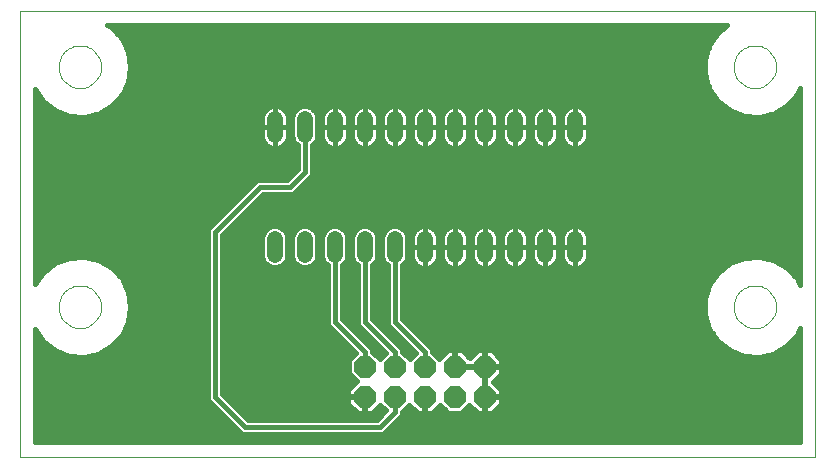
<source format=gtl>
G75*
G70*
%OFA0B0*%
%FSLAX24Y24*%
%IPPOS*%
%LPD*%
%AMOC8*
5,1,8,0,0,1.08239X$1,22.5*
%
%ADD10C,0.0000*%
%ADD11C,0.0520*%
%ADD12OC8,0.0740*%
%ADD13C,0.0160*%
D10*
X000100Y000100D02*
X000100Y014970D01*
X026592Y014970D01*
X026592Y000100D01*
X000100Y000100D01*
X001391Y005100D02*
X001393Y005153D01*
X001399Y005206D01*
X001409Y005258D01*
X001422Y005309D01*
X001440Y005359D01*
X001461Y005408D01*
X001486Y005455D01*
X001514Y005499D01*
X001546Y005542D01*
X001580Y005582D01*
X001618Y005620D01*
X001658Y005654D01*
X001701Y005686D01*
X001746Y005714D01*
X001792Y005739D01*
X001841Y005760D01*
X001891Y005778D01*
X001942Y005791D01*
X001994Y005801D01*
X002047Y005807D01*
X002100Y005809D01*
X002153Y005807D01*
X002206Y005801D01*
X002258Y005791D01*
X002309Y005778D01*
X002359Y005760D01*
X002408Y005739D01*
X002455Y005714D01*
X002499Y005686D01*
X002542Y005654D01*
X002582Y005620D01*
X002620Y005582D01*
X002654Y005542D01*
X002686Y005499D01*
X002714Y005454D01*
X002739Y005408D01*
X002760Y005359D01*
X002778Y005309D01*
X002791Y005258D01*
X002801Y005206D01*
X002807Y005153D01*
X002809Y005100D01*
X002807Y005047D01*
X002801Y004994D01*
X002791Y004942D01*
X002778Y004891D01*
X002760Y004841D01*
X002739Y004792D01*
X002714Y004745D01*
X002686Y004701D01*
X002654Y004658D01*
X002620Y004618D01*
X002582Y004580D01*
X002542Y004546D01*
X002499Y004514D01*
X002454Y004486D01*
X002408Y004461D01*
X002359Y004440D01*
X002309Y004422D01*
X002258Y004409D01*
X002206Y004399D01*
X002153Y004393D01*
X002100Y004391D01*
X002047Y004393D01*
X001994Y004399D01*
X001942Y004409D01*
X001891Y004422D01*
X001841Y004440D01*
X001792Y004461D01*
X001745Y004486D01*
X001701Y004514D01*
X001658Y004546D01*
X001618Y004580D01*
X001580Y004618D01*
X001546Y004658D01*
X001514Y004701D01*
X001486Y004746D01*
X001461Y004792D01*
X001440Y004841D01*
X001422Y004891D01*
X001409Y004942D01*
X001399Y004994D01*
X001393Y005047D01*
X001391Y005100D01*
X001391Y013100D02*
X001393Y013153D01*
X001399Y013206D01*
X001409Y013258D01*
X001422Y013309D01*
X001440Y013359D01*
X001461Y013408D01*
X001486Y013455D01*
X001514Y013499D01*
X001546Y013542D01*
X001580Y013582D01*
X001618Y013620D01*
X001658Y013654D01*
X001701Y013686D01*
X001746Y013714D01*
X001792Y013739D01*
X001841Y013760D01*
X001891Y013778D01*
X001942Y013791D01*
X001994Y013801D01*
X002047Y013807D01*
X002100Y013809D01*
X002153Y013807D01*
X002206Y013801D01*
X002258Y013791D01*
X002309Y013778D01*
X002359Y013760D01*
X002408Y013739D01*
X002455Y013714D01*
X002499Y013686D01*
X002542Y013654D01*
X002582Y013620D01*
X002620Y013582D01*
X002654Y013542D01*
X002686Y013499D01*
X002714Y013454D01*
X002739Y013408D01*
X002760Y013359D01*
X002778Y013309D01*
X002791Y013258D01*
X002801Y013206D01*
X002807Y013153D01*
X002809Y013100D01*
X002807Y013047D01*
X002801Y012994D01*
X002791Y012942D01*
X002778Y012891D01*
X002760Y012841D01*
X002739Y012792D01*
X002714Y012745D01*
X002686Y012701D01*
X002654Y012658D01*
X002620Y012618D01*
X002582Y012580D01*
X002542Y012546D01*
X002499Y012514D01*
X002454Y012486D01*
X002408Y012461D01*
X002359Y012440D01*
X002309Y012422D01*
X002258Y012409D01*
X002206Y012399D01*
X002153Y012393D01*
X002100Y012391D01*
X002047Y012393D01*
X001994Y012399D01*
X001942Y012409D01*
X001891Y012422D01*
X001841Y012440D01*
X001792Y012461D01*
X001745Y012486D01*
X001701Y012514D01*
X001658Y012546D01*
X001618Y012580D01*
X001580Y012618D01*
X001546Y012658D01*
X001514Y012701D01*
X001486Y012746D01*
X001461Y012792D01*
X001440Y012841D01*
X001422Y012891D01*
X001409Y012942D01*
X001399Y012994D01*
X001393Y013047D01*
X001391Y013100D01*
X023891Y013100D02*
X023893Y013153D01*
X023899Y013206D01*
X023909Y013258D01*
X023922Y013309D01*
X023940Y013359D01*
X023961Y013408D01*
X023986Y013455D01*
X024014Y013499D01*
X024046Y013542D01*
X024080Y013582D01*
X024118Y013620D01*
X024158Y013654D01*
X024201Y013686D01*
X024246Y013714D01*
X024292Y013739D01*
X024341Y013760D01*
X024391Y013778D01*
X024442Y013791D01*
X024494Y013801D01*
X024547Y013807D01*
X024600Y013809D01*
X024653Y013807D01*
X024706Y013801D01*
X024758Y013791D01*
X024809Y013778D01*
X024859Y013760D01*
X024908Y013739D01*
X024955Y013714D01*
X024999Y013686D01*
X025042Y013654D01*
X025082Y013620D01*
X025120Y013582D01*
X025154Y013542D01*
X025186Y013499D01*
X025214Y013454D01*
X025239Y013408D01*
X025260Y013359D01*
X025278Y013309D01*
X025291Y013258D01*
X025301Y013206D01*
X025307Y013153D01*
X025309Y013100D01*
X025307Y013047D01*
X025301Y012994D01*
X025291Y012942D01*
X025278Y012891D01*
X025260Y012841D01*
X025239Y012792D01*
X025214Y012745D01*
X025186Y012701D01*
X025154Y012658D01*
X025120Y012618D01*
X025082Y012580D01*
X025042Y012546D01*
X024999Y012514D01*
X024954Y012486D01*
X024908Y012461D01*
X024859Y012440D01*
X024809Y012422D01*
X024758Y012409D01*
X024706Y012399D01*
X024653Y012393D01*
X024600Y012391D01*
X024547Y012393D01*
X024494Y012399D01*
X024442Y012409D01*
X024391Y012422D01*
X024341Y012440D01*
X024292Y012461D01*
X024245Y012486D01*
X024201Y012514D01*
X024158Y012546D01*
X024118Y012580D01*
X024080Y012618D01*
X024046Y012658D01*
X024014Y012701D01*
X023986Y012746D01*
X023961Y012792D01*
X023940Y012841D01*
X023922Y012891D01*
X023909Y012942D01*
X023899Y012994D01*
X023893Y013047D01*
X023891Y013100D01*
X023891Y005100D02*
X023893Y005153D01*
X023899Y005206D01*
X023909Y005258D01*
X023922Y005309D01*
X023940Y005359D01*
X023961Y005408D01*
X023986Y005455D01*
X024014Y005499D01*
X024046Y005542D01*
X024080Y005582D01*
X024118Y005620D01*
X024158Y005654D01*
X024201Y005686D01*
X024246Y005714D01*
X024292Y005739D01*
X024341Y005760D01*
X024391Y005778D01*
X024442Y005791D01*
X024494Y005801D01*
X024547Y005807D01*
X024600Y005809D01*
X024653Y005807D01*
X024706Y005801D01*
X024758Y005791D01*
X024809Y005778D01*
X024859Y005760D01*
X024908Y005739D01*
X024955Y005714D01*
X024999Y005686D01*
X025042Y005654D01*
X025082Y005620D01*
X025120Y005582D01*
X025154Y005542D01*
X025186Y005499D01*
X025214Y005454D01*
X025239Y005408D01*
X025260Y005359D01*
X025278Y005309D01*
X025291Y005258D01*
X025301Y005206D01*
X025307Y005153D01*
X025309Y005100D01*
X025307Y005047D01*
X025301Y004994D01*
X025291Y004942D01*
X025278Y004891D01*
X025260Y004841D01*
X025239Y004792D01*
X025214Y004745D01*
X025186Y004701D01*
X025154Y004658D01*
X025120Y004618D01*
X025082Y004580D01*
X025042Y004546D01*
X024999Y004514D01*
X024954Y004486D01*
X024908Y004461D01*
X024859Y004440D01*
X024809Y004422D01*
X024758Y004409D01*
X024706Y004399D01*
X024653Y004393D01*
X024600Y004391D01*
X024547Y004393D01*
X024494Y004399D01*
X024442Y004409D01*
X024391Y004422D01*
X024341Y004440D01*
X024292Y004461D01*
X024245Y004486D01*
X024201Y004514D01*
X024158Y004546D01*
X024118Y004580D01*
X024080Y004618D01*
X024046Y004658D01*
X024014Y004701D01*
X023986Y004746D01*
X023961Y004792D01*
X023940Y004841D01*
X023922Y004891D01*
X023909Y004942D01*
X023899Y004994D01*
X023893Y005047D01*
X023891Y005100D01*
D11*
X018600Y006840D02*
X018600Y007360D01*
X017600Y007360D02*
X017600Y006840D01*
X016600Y006840D02*
X016600Y007360D01*
X015600Y007360D02*
X015600Y006840D01*
X014600Y006840D02*
X014600Y007360D01*
X013600Y007360D02*
X013600Y006840D01*
X012600Y006840D02*
X012600Y007360D01*
X011600Y007360D02*
X011600Y006840D01*
X010600Y006840D02*
X010600Y007360D01*
X009600Y007360D02*
X009600Y006840D01*
X008600Y006840D02*
X008600Y007360D01*
X008600Y010840D02*
X008600Y011360D01*
X009600Y011360D02*
X009600Y010840D01*
X010600Y010840D02*
X010600Y011360D01*
X011600Y011360D02*
X011600Y010840D01*
X012600Y010840D02*
X012600Y011360D01*
X013600Y011360D02*
X013600Y010840D01*
X014600Y010840D02*
X014600Y011360D01*
X015600Y011360D02*
X015600Y010840D01*
X016600Y010840D02*
X016600Y011360D01*
X017600Y011360D02*
X017600Y010840D01*
X018600Y010840D02*
X018600Y011360D01*
D12*
X015600Y003100D03*
X014600Y003100D03*
X013600Y003100D03*
X012600Y003100D03*
X011600Y003100D03*
X011600Y002100D03*
X012600Y002100D03*
X013600Y002100D03*
X014600Y002100D03*
X015600Y002100D03*
D13*
X015620Y002080D02*
X015620Y002120D01*
X016150Y002120D01*
X016150Y002328D01*
X015878Y002600D01*
X016150Y002872D01*
X016150Y003080D01*
X015620Y003080D01*
X015620Y003120D01*
X015580Y003120D01*
X015580Y003650D01*
X015372Y003650D01*
X015100Y003378D01*
X014828Y003650D01*
X014620Y003650D01*
X014620Y003120D01*
X014580Y003120D01*
X014580Y003650D01*
X014372Y003650D01*
X014086Y003364D01*
X013840Y003610D01*
X013840Y003648D01*
X013803Y003736D01*
X012840Y004699D01*
X012840Y006486D01*
X012956Y006602D01*
X013020Y006756D01*
X013020Y007444D01*
X012956Y007598D01*
X012838Y007716D01*
X012684Y007780D01*
X012516Y007780D01*
X012362Y007716D01*
X012244Y007598D01*
X012180Y007444D01*
X012180Y006756D01*
X012244Y006602D01*
X012360Y006486D01*
X012360Y004552D01*
X012397Y004464D01*
X012464Y004397D01*
X013306Y003555D01*
X013100Y003350D01*
X012840Y003610D01*
X012840Y003648D01*
X012803Y003736D01*
X011840Y004699D01*
X011840Y006486D01*
X011956Y006602D01*
X012020Y006756D01*
X012020Y007444D01*
X011956Y007598D01*
X011838Y007716D01*
X011684Y007780D01*
X011516Y007780D01*
X011362Y007716D01*
X011244Y007598D01*
X011180Y007444D01*
X011180Y006756D01*
X011244Y006602D01*
X011360Y006486D01*
X011360Y004552D01*
X011397Y004464D01*
X011464Y004397D01*
X012306Y003555D01*
X012100Y003350D01*
X011840Y003610D01*
X011840Y003648D01*
X011803Y003736D01*
X010840Y004699D01*
X010840Y006486D01*
X010956Y006602D01*
X011020Y006756D01*
X011020Y007444D01*
X010956Y007598D01*
X010838Y007716D01*
X010684Y007780D01*
X010516Y007780D01*
X010362Y007716D01*
X010244Y007598D01*
X010180Y007444D01*
X010180Y006756D01*
X010244Y006602D01*
X010360Y006486D01*
X010360Y004552D01*
X010397Y004464D01*
X010464Y004397D01*
X011306Y003555D01*
X011070Y003320D01*
X011070Y002880D01*
X011336Y002614D01*
X011050Y002328D01*
X011050Y002120D01*
X011580Y002120D01*
X011580Y002080D01*
X011620Y002080D01*
X011620Y001550D01*
X011828Y001550D01*
X012114Y001836D01*
X012306Y001645D01*
X012001Y001340D01*
X007699Y001340D01*
X006840Y002199D01*
X006840Y007501D01*
X008199Y008860D01*
X009148Y008860D01*
X009236Y008897D01*
X009303Y008964D01*
X009803Y009464D01*
X009840Y009552D01*
X009840Y010486D01*
X009956Y010602D01*
X010020Y010756D01*
X010020Y011444D01*
X009956Y011598D01*
X009838Y011716D01*
X009684Y011780D01*
X009516Y011780D01*
X009362Y011716D01*
X009244Y011598D01*
X009180Y011444D01*
X009180Y010756D01*
X009244Y010602D01*
X009360Y010486D01*
X009360Y009699D01*
X009001Y009340D01*
X008052Y009340D01*
X007964Y009303D01*
X006464Y007803D01*
X006397Y007736D01*
X006360Y007648D01*
X006360Y002052D01*
X006397Y001964D01*
X007397Y000964D01*
X007464Y000897D01*
X007552Y000860D01*
X012148Y000860D01*
X012236Y000897D01*
X012736Y001397D01*
X012803Y001464D01*
X012840Y001552D01*
X012840Y001590D01*
X013086Y001836D01*
X013372Y001550D01*
X013580Y001550D01*
X013580Y002080D01*
X013620Y002080D01*
X013620Y001550D01*
X013828Y001550D01*
X014114Y001836D01*
X014380Y001570D01*
X014820Y001570D01*
X015086Y001836D01*
X015372Y001550D01*
X015580Y001550D01*
X015580Y002080D01*
X015620Y002080D01*
X016150Y002080D01*
X016150Y001872D01*
X015828Y001550D01*
X015620Y001550D01*
X015620Y002080D01*
X015620Y002120D02*
X015580Y002120D01*
X015580Y002650D01*
X015580Y003080D01*
X015620Y003080D01*
X015620Y002120D01*
X015620Y002161D02*
X015580Y002161D01*
X015580Y002319D02*
X015620Y002319D01*
X015620Y002478D02*
X015580Y002478D01*
X015580Y002636D02*
X015620Y002636D01*
X015620Y002795D02*
X015580Y002795D01*
X015580Y002953D02*
X015620Y002953D01*
X015580Y003080D02*
X015150Y003080D01*
X014620Y003080D01*
X014620Y003120D01*
X015580Y003120D01*
X015580Y003080D01*
X015580Y003112D02*
X014620Y003112D01*
X014620Y003270D02*
X014580Y003270D01*
X014580Y003429D02*
X014620Y003429D01*
X014620Y003587D02*
X014580Y003587D01*
X014309Y003587D02*
X013863Y003587D01*
X013794Y003746D02*
X023634Y003746D01*
X023760Y003645D02*
X024226Y003462D01*
X024226Y003462D01*
X024726Y003425D01*
X025214Y003536D01*
X025647Y003787D01*
X025647Y003787D01*
X025988Y004154D01*
X026100Y004386D01*
X026100Y000600D01*
X000600Y000600D01*
X000600Y004351D01*
X000868Y003957D01*
X000868Y003957D01*
X000868Y003957D01*
X001260Y003645D01*
X001726Y003462D01*
X002226Y003425D01*
X002714Y003536D01*
X002714Y003536D01*
X003147Y003787D01*
X003488Y004154D01*
X003705Y004605D01*
X003780Y005100D01*
X003705Y005595D01*
X003705Y005595D01*
X003488Y006046D01*
X003488Y006046D01*
X003147Y006413D01*
X002714Y006664D01*
X002714Y006664D01*
X002226Y006775D01*
X002226Y006775D01*
X001726Y006738D01*
X001260Y006555D01*
X000868Y006243D01*
X000600Y005849D01*
X000600Y012351D01*
X000868Y011957D01*
X000868Y011957D01*
X000868Y011957D01*
X001260Y011645D01*
X001726Y011462D01*
X001726Y011462D01*
X002226Y011425D01*
X002714Y011536D01*
X003147Y011787D01*
X003488Y012154D01*
X003705Y012605D01*
X003780Y013100D01*
X003705Y013595D01*
X003705Y013595D01*
X003488Y014046D01*
X003488Y014046D01*
X003147Y014413D01*
X003015Y014490D01*
X023679Y014490D01*
X023368Y014243D01*
X023086Y013829D01*
X022939Y013350D01*
X022939Y012850D01*
X023086Y012371D01*
X023368Y011957D01*
X023368Y011957D01*
X023368Y011957D01*
X023760Y011645D01*
X024226Y011462D01*
X024226Y011462D01*
X024726Y011425D01*
X025214Y011536D01*
X025647Y011787D01*
X025988Y012154D01*
X026100Y012386D01*
X026100Y005814D01*
X025988Y006046D01*
X025647Y006413D01*
X025214Y006664D01*
X024726Y006775D01*
X024726Y006775D01*
X024226Y006738D01*
X023760Y006555D01*
X023368Y006243D01*
X023086Y005829D01*
X022939Y005350D01*
X022939Y004850D01*
X023086Y004371D01*
X023368Y003957D01*
X023368Y003957D01*
X023368Y003957D01*
X023760Y003645D01*
X023760Y003645D01*
X023908Y003587D02*
X015891Y003587D01*
X015828Y003650D02*
X015620Y003650D01*
X015620Y003120D01*
X016150Y003120D01*
X016150Y003328D01*
X015828Y003650D01*
X015620Y003587D02*
X015580Y003587D01*
X015580Y003429D02*
X015620Y003429D01*
X015620Y003270D02*
X015580Y003270D01*
X015620Y003112D02*
X026100Y003112D01*
X026100Y003270D02*
X016150Y003270D01*
X016049Y003429D02*
X024675Y003429D01*
X024726Y003425D02*
X024726Y003425D01*
X024742Y003429D02*
X026100Y003429D01*
X026100Y003587D02*
X025302Y003587D01*
X025214Y003536D02*
X025214Y003536D01*
X025576Y003746D02*
X026100Y003746D01*
X026100Y003904D02*
X025756Y003904D01*
X025904Y004063D02*
X026100Y004063D01*
X025988Y004154D02*
X025988Y004154D01*
X026021Y004221D02*
X026100Y004221D01*
X026097Y004380D02*
X026100Y004380D01*
X026100Y002953D02*
X016150Y002953D01*
X016072Y002795D02*
X026100Y002795D01*
X026100Y002636D02*
X015914Y002636D01*
X016000Y002478D02*
X026100Y002478D01*
X026100Y002319D02*
X016150Y002319D01*
X016150Y002161D02*
X026100Y002161D01*
X026100Y002002D02*
X016150Y002002D01*
X016121Y001844D02*
X026100Y001844D01*
X026100Y001685D02*
X015963Y001685D01*
X015620Y001685D02*
X015580Y001685D01*
X015580Y001844D02*
X015620Y001844D01*
X015620Y002002D02*
X015580Y002002D01*
X015237Y001685D02*
X014935Y001685D01*
X014265Y001685D02*
X013963Y001685D01*
X013620Y001685D02*
X013580Y001685D01*
X013580Y001844D02*
X013620Y001844D01*
X013620Y002002D02*
X013580Y002002D01*
X013237Y001685D02*
X012935Y001685D01*
X012829Y001527D02*
X026100Y001527D01*
X026100Y001368D02*
X012707Y001368D01*
X012549Y001210D02*
X026100Y001210D01*
X026100Y001051D02*
X012390Y001051D01*
X012226Y000893D02*
X026100Y000893D01*
X026100Y000734D02*
X000600Y000734D01*
X000600Y000893D02*
X007474Y000893D01*
X007310Y001051D02*
X000600Y001051D01*
X000600Y001210D02*
X007151Y001210D01*
X006993Y001368D02*
X000600Y001368D01*
X000600Y001527D02*
X006834Y001527D01*
X006676Y001685D02*
X000600Y001685D01*
X000600Y001844D02*
X006517Y001844D01*
X006381Y002002D02*
X000600Y002002D01*
X000600Y002161D02*
X006360Y002161D01*
X006360Y002319D02*
X000600Y002319D01*
X000600Y002478D02*
X006360Y002478D01*
X006360Y002636D02*
X000600Y002636D01*
X000600Y002795D02*
X006360Y002795D01*
X006360Y002953D02*
X000600Y002953D01*
X000600Y003112D02*
X006360Y003112D01*
X006360Y003270D02*
X000600Y003270D01*
X000600Y003429D02*
X002175Y003429D01*
X002242Y003429D02*
X006360Y003429D01*
X006360Y003587D02*
X002802Y003587D01*
X003076Y003746D02*
X006360Y003746D01*
X006360Y003904D02*
X003256Y003904D01*
X003404Y004063D02*
X006360Y004063D01*
X006360Y004221D02*
X003521Y004221D01*
X003488Y004154D02*
X003488Y004154D01*
X003597Y004380D02*
X006360Y004380D01*
X006360Y004538D02*
X003673Y004538D01*
X003705Y004605D02*
X003705Y004605D01*
X003719Y004697D02*
X006360Y004697D01*
X006360Y004855D02*
X003743Y004855D01*
X003767Y005014D02*
X006360Y005014D01*
X006360Y005172D02*
X003769Y005172D01*
X003745Y005331D02*
X006360Y005331D01*
X006360Y005489D02*
X003721Y005489D01*
X003680Y005648D02*
X006360Y005648D01*
X006360Y005806D02*
X003604Y005806D01*
X003528Y005965D02*
X006360Y005965D01*
X006360Y006123D02*
X003417Y006123D01*
X003270Y006282D02*
X006360Y006282D01*
X006360Y006440D02*
X003102Y006440D01*
X003147Y006413D02*
X003147Y006413D01*
X002827Y006599D02*
X006360Y006599D01*
X006360Y006757D02*
X002306Y006757D01*
X001981Y006757D02*
X000600Y006757D01*
X000600Y006599D02*
X001371Y006599D01*
X001260Y006555D02*
X001260Y006555D01*
X001116Y006440D02*
X000600Y006440D01*
X000600Y006282D02*
X000917Y006282D01*
X000868Y006243D02*
X000868Y006243D01*
X000787Y006123D02*
X000600Y006123D01*
X000600Y005965D02*
X000679Y005965D01*
X001726Y006738D02*
X001726Y006738D01*
X000600Y006916D02*
X006360Y006916D01*
X006360Y007074D02*
X000600Y007074D01*
X000600Y007233D02*
X006360Y007233D01*
X006360Y007391D02*
X000600Y007391D01*
X000600Y007550D02*
X006360Y007550D01*
X006385Y007708D02*
X000600Y007708D01*
X000600Y007867D02*
X006527Y007867D01*
X006686Y008025D02*
X000600Y008025D01*
X000600Y008184D02*
X006844Y008184D01*
X007003Y008342D02*
X000600Y008342D01*
X000600Y008501D02*
X007161Y008501D01*
X007320Y008659D02*
X000600Y008659D01*
X000600Y008818D02*
X007478Y008818D01*
X007637Y008976D02*
X000600Y008976D01*
X000600Y009135D02*
X007795Y009135D01*
X007954Y009293D02*
X000600Y009293D01*
X000600Y009452D02*
X009112Y009452D01*
X009271Y009610D02*
X000600Y009610D01*
X000600Y009769D02*
X009360Y009769D01*
X009360Y009927D02*
X000600Y009927D01*
X000600Y010086D02*
X009360Y010086D01*
X009360Y010244D02*
X000600Y010244D01*
X000600Y010403D02*
X008549Y010403D01*
X008565Y010400D02*
X008600Y010400D01*
X008635Y010400D01*
X008703Y010411D01*
X008769Y010432D01*
X008831Y010464D01*
X008887Y010504D01*
X008936Y010553D01*
X008976Y010609D01*
X009008Y010671D01*
X009029Y010737D01*
X009040Y010805D01*
X009040Y011100D01*
X009040Y011395D01*
X009029Y011463D01*
X009008Y011529D01*
X008976Y011591D01*
X008936Y011647D01*
X008887Y011696D01*
X008831Y011736D01*
X008769Y011768D01*
X008703Y011789D01*
X008635Y011800D01*
X008600Y011800D01*
X008600Y011100D01*
X009040Y011100D01*
X008600Y011100D01*
X008600Y011100D01*
X008600Y011100D01*
X008600Y010400D01*
X008600Y011100D01*
X008600Y011100D01*
X008600Y011100D01*
X008160Y011100D01*
X008160Y011395D01*
X008171Y011463D01*
X008192Y011529D01*
X008224Y011591D01*
X008264Y011647D01*
X008313Y011696D01*
X008369Y011736D01*
X008431Y011768D01*
X008497Y011789D01*
X008565Y011800D01*
X008600Y011800D01*
X008600Y011100D01*
X008160Y011100D01*
X008160Y010805D01*
X008171Y010737D01*
X008192Y010671D01*
X008224Y010609D01*
X008264Y010553D01*
X008313Y010504D01*
X008369Y010464D01*
X008431Y010432D01*
X008497Y010411D01*
X008565Y010400D01*
X008600Y010403D02*
X008600Y010403D01*
X008651Y010403D02*
X009360Y010403D01*
X009285Y010561D02*
X008941Y010561D01*
X009023Y010720D02*
X009195Y010720D01*
X009180Y010878D02*
X009040Y010878D01*
X009040Y011037D02*
X009180Y011037D01*
X009180Y011195D02*
X009040Y011195D01*
X009040Y011354D02*
X009180Y011354D01*
X009208Y011512D02*
X009013Y011512D01*
X008912Y011671D02*
X009317Y011671D01*
X008600Y011671D02*
X008600Y011671D01*
X008600Y011512D02*
X008600Y011512D01*
X008600Y011354D02*
X008600Y011354D01*
X008600Y011195D02*
X008600Y011195D01*
X008600Y011037D02*
X008600Y011037D01*
X008600Y010878D02*
X008600Y010878D01*
X008600Y010720D02*
X008600Y010720D01*
X008600Y010561D02*
X008600Y010561D01*
X008259Y010561D02*
X000600Y010561D01*
X000600Y010720D02*
X008177Y010720D01*
X008160Y010878D02*
X000600Y010878D01*
X000600Y011037D02*
X008160Y011037D01*
X008160Y011195D02*
X000600Y011195D01*
X000600Y011354D02*
X008160Y011354D01*
X008187Y011512D02*
X002608Y011512D01*
X002714Y011536D02*
X002714Y011536D01*
X002947Y011671D02*
X008288Y011671D01*
X009600Y011100D02*
X009600Y009600D01*
X009100Y009100D01*
X008100Y009100D01*
X006600Y007600D01*
X006600Y002100D01*
X007600Y001100D01*
X012100Y001100D01*
X012600Y001600D01*
X012600Y002100D01*
X012265Y001685D02*
X011963Y001685D01*
X012187Y001527D02*
X007513Y001527D01*
X007354Y001685D02*
X011237Y001685D01*
X011372Y001550D02*
X011050Y001872D01*
X011050Y002080D01*
X011580Y002080D01*
X011580Y001550D01*
X011372Y001550D01*
X011580Y001685D02*
X011620Y001685D01*
X011620Y001844D02*
X011580Y001844D01*
X011580Y002002D02*
X011620Y002002D01*
X011079Y001844D02*
X007196Y001844D01*
X007037Y002002D02*
X011050Y002002D01*
X011050Y002161D02*
X006879Y002161D01*
X006840Y002319D02*
X011050Y002319D01*
X011200Y002478D02*
X006840Y002478D01*
X006840Y002636D02*
X011314Y002636D01*
X011156Y002795D02*
X006840Y002795D01*
X006840Y002953D02*
X011070Y002953D01*
X011070Y003112D02*
X006840Y003112D01*
X006840Y003270D02*
X011070Y003270D01*
X011179Y003429D02*
X006840Y003429D01*
X006840Y003587D02*
X011274Y003587D01*
X011115Y003746D02*
X006840Y003746D01*
X006840Y003904D02*
X010957Y003904D01*
X010798Y004063D02*
X006840Y004063D01*
X006840Y004221D02*
X010640Y004221D01*
X010481Y004380D02*
X006840Y004380D01*
X006840Y004538D02*
X010366Y004538D01*
X010360Y004697D02*
X006840Y004697D01*
X006840Y004855D02*
X010360Y004855D01*
X010360Y005014D02*
X006840Y005014D01*
X006840Y005172D02*
X010360Y005172D01*
X010360Y005331D02*
X006840Y005331D01*
X006840Y005489D02*
X010360Y005489D01*
X010360Y005648D02*
X006840Y005648D01*
X006840Y005806D02*
X010360Y005806D01*
X010360Y005965D02*
X006840Y005965D01*
X006840Y006123D02*
X010360Y006123D01*
X010360Y006282D02*
X006840Y006282D01*
X006840Y006440D02*
X008468Y006440D01*
X008516Y006420D02*
X008684Y006420D01*
X008838Y006484D01*
X008956Y006602D01*
X009020Y006756D01*
X009020Y007444D01*
X008956Y007598D01*
X008838Y007716D01*
X008684Y007780D01*
X008516Y007780D01*
X008362Y007716D01*
X008244Y007598D01*
X008180Y007444D01*
X008180Y006756D01*
X008244Y006602D01*
X008362Y006484D01*
X008516Y006420D01*
X008732Y006440D02*
X009468Y006440D01*
X009516Y006420D02*
X009684Y006420D01*
X009838Y006484D01*
X009956Y006602D01*
X010020Y006756D01*
X010020Y007444D01*
X009956Y007598D01*
X009838Y007716D01*
X009684Y007780D01*
X009516Y007780D01*
X009362Y007716D01*
X009244Y007598D01*
X009180Y007444D01*
X009180Y006756D01*
X009244Y006602D01*
X009362Y006484D01*
X009516Y006420D01*
X009732Y006440D02*
X010360Y006440D01*
X010248Y006599D02*
X009952Y006599D01*
X010020Y006757D02*
X010180Y006757D01*
X010180Y006916D02*
X010020Y006916D01*
X010020Y007074D02*
X010180Y007074D01*
X010180Y007233D02*
X010020Y007233D01*
X010020Y007391D02*
X010180Y007391D01*
X010224Y007550D02*
X009976Y007550D01*
X009846Y007708D02*
X010354Y007708D01*
X010846Y007708D02*
X011354Y007708D01*
X011224Y007550D02*
X010976Y007550D01*
X011020Y007391D02*
X011180Y007391D01*
X011180Y007233D02*
X011020Y007233D01*
X011020Y007074D02*
X011180Y007074D01*
X011180Y006916D02*
X011020Y006916D01*
X011020Y006757D02*
X011180Y006757D01*
X011248Y006599D02*
X010952Y006599D01*
X010840Y006440D02*
X011360Y006440D01*
X011360Y006282D02*
X010840Y006282D01*
X010840Y006123D02*
X011360Y006123D01*
X011360Y005965D02*
X010840Y005965D01*
X010840Y005806D02*
X011360Y005806D01*
X011360Y005648D02*
X010840Y005648D01*
X010840Y005489D02*
X011360Y005489D01*
X011360Y005331D02*
X010840Y005331D01*
X010840Y005172D02*
X011360Y005172D01*
X011360Y005014D02*
X010840Y005014D01*
X010840Y004855D02*
X011360Y004855D01*
X011360Y004697D02*
X010843Y004697D01*
X011001Y004538D02*
X011366Y004538D01*
X011481Y004380D02*
X011160Y004380D01*
X011318Y004221D02*
X011640Y004221D01*
X011798Y004063D02*
X011477Y004063D01*
X011635Y003904D02*
X011957Y003904D01*
X012115Y003746D02*
X011794Y003746D01*
X011863Y003587D02*
X012274Y003587D01*
X012179Y003429D02*
X012021Y003429D01*
X011600Y003600D02*
X011600Y003100D01*
X011600Y003600D02*
X010600Y004600D01*
X010600Y007100D01*
X011600Y007100D02*
X011600Y004600D01*
X012600Y003600D01*
X012600Y003100D01*
X013021Y003429D02*
X013179Y003429D01*
X013274Y003587D02*
X012863Y003587D01*
X012794Y003746D02*
X013115Y003746D01*
X012957Y003904D02*
X012635Y003904D01*
X012477Y004063D02*
X012798Y004063D01*
X012640Y004221D02*
X012318Y004221D01*
X012160Y004380D02*
X012481Y004380D01*
X012366Y004538D02*
X012001Y004538D01*
X011843Y004697D02*
X012360Y004697D01*
X012360Y004855D02*
X011840Y004855D01*
X011840Y005014D02*
X012360Y005014D01*
X012360Y005172D02*
X011840Y005172D01*
X011840Y005331D02*
X012360Y005331D01*
X012360Y005489D02*
X011840Y005489D01*
X011840Y005648D02*
X012360Y005648D01*
X012360Y005806D02*
X011840Y005806D01*
X011840Y005965D02*
X012360Y005965D01*
X012360Y006123D02*
X011840Y006123D01*
X011840Y006282D02*
X012360Y006282D01*
X012360Y006440D02*
X011840Y006440D01*
X011952Y006599D02*
X012248Y006599D01*
X012180Y006757D02*
X012020Y006757D01*
X012020Y006916D02*
X012180Y006916D01*
X012180Y007074D02*
X012020Y007074D01*
X012020Y007233D02*
X012180Y007233D01*
X012180Y007391D02*
X012020Y007391D01*
X011976Y007550D02*
X012224Y007550D01*
X012354Y007708D02*
X011846Y007708D01*
X012600Y007100D02*
X012600Y004600D01*
X013600Y003600D01*
X013600Y003100D01*
X014021Y003429D02*
X014151Y003429D01*
X014891Y003587D02*
X015309Y003587D01*
X015151Y003429D02*
X015049Y003429D01*
X013635Y003904D02*
X023435Y003904D01*
X023297Y004063D02*
X013477Y004063D01*
X013318Y004221D02*
X023189Y004221D01*
X023086Y004371D02*
X023086Y004371D01*
X023084Y004380D02*
X013160Y004380D01*
X013001Y004538D02*
X023035Y004538D01*
X022986Y004697D02*
X012843Y004697D01*
X012840Y004855D02*
X022939Y004855D01*
X022939Y005014D02*
X012840Y005014D01*
X012840Y005172D02*
X022939Y005172D01*
X022939Y005331D02*
X012840Y005331D01*
X012840Y005489D02*
X022982Y005489D01*
X023030Y005648D02*
X012840Y005648D01*
X012840Y005806D02*
X023079Y005806D01*
X023086Y005829D02*
X023086Y005829D01*
X023179Y005965D02*
X012840Y005965D01*
X012840Y006123D02*
X023287Y006123D01*
X023368Y006243D02*
X023368Y006243D01*
X023368Y006243D01*
X023417Y006282D02*
X012840Y006282D01*
X012840Y006440D02*
X013416Y006440D01*
X013431Y006432D02*
X013497Y006411D01*
X013565Y006400D01*
X013600Y006400D01*
X013635Y006400D01*
X013703Y006411D01*
X013769Y006432D01*
X013831Y006464D01*
X013887Y006504D01*
X013936Y006553D01*
X013976Y006609D01*
X014008Y006671D01*
X014029Y006737D01*
X014040Y006805D01*
X014040Y007100D01*
X014040Y007395D01*
X014029Y007463D01*
X014008Y007529D01*
X013976Y007591D01*
X013936Y007647D01*
X013887Y007696D01*
X013831Y007736D01*
X013769Y007768D01*
X013703Y007789D01*
X013635Y007800D01*
X013600Y007800D01*
X013600Y007100D01*
X014040Y007100D01*
X013600Y007100D01*
X013600Y007100D01*
X013600Y007100D01*
X013600Y006400D01*
X013600Y007100D01*
X013600Y007100D01*
X013600Y007100D01*
X013160Y007100D01*
X013160Y007395D01*
X013171Y007463D01*
X013192Y007529D01*
X013224Y007591D01*
X013264Y007647D01*
X013313Y007696D01*
X013369Y007736D01*
X013431Y007768D01*
X013497Y007789D01*
X013565Y007800D01*
X013600Y007800D01*
X013600Y007100D01*
X013160Y007100D01*
X013160Y006805D01*
X013171Y006737D01*
X013192Y006671D01*
X013224Y006609D01*
X013264Y006553D01*
X013313Y006504D01*
X013369Y006464D01*
X013431Y006432D01*
X013600Y006440D02*
X013600Y006440D01*
X013600Y006599D02*
X013600Y006599D01*
X013600Y006757D02*
X013600Y006757D01*
X013600Y006916D02*
X013600Y006916D01*
X013600Y007074D02*
X013600Y007074D01*
X013600Y007233D02*
X013600Y007233D01*
X013160Y007233D02*
X013020Y007233D01*
X013020Y007074D02*
X013160Y007074D01*
X013160Y006916D02*
X013020Y006916D01*
X013020Y006757D02*
X013168Y006757D01*
X013232Y006599D02*
X012952Y006599D01*
X013784Y006440D02*
X014416Y006440D01*
X014431Y006432D02*
X014497Y006411D01*
X014565Y006400D01*
X014600Y006400D01*
X014635Y006400D01*
X014703Y006411D01*
X014769Y006432D01*
X014831Y006464D01*
X014887Y006504D01*
X014936Y006553D01*
X014976Y006609D01*
X015008Y006671D01*
X015029Y006737D01*
X015040Y006805D01*
X015040Y007100D01*
X015040Y007395D01*
X015029Y007463D01*
X015008Y007529D01*
X014976Y007591D01*
X014936Y007647D01*
X014887Y007696D01*
X014831Y007736D01*
X014769Y007768D01*
X014703Y007789D01*
X014635Y007800D01*
X014600Y007800D01*
X014600Y007100D01*
X015040Y007100D01*
X014600Y007100D01*
X014600Y007100D01*
X014600Y007100D01*
X014600Y006400D01*
X014600Y007100D01*
X014600Y007100D01*
X014600Y007100D01*
X014160Y007100D01*
X014160Y007395D01*
X014171Y007463D01*
X014192Y007529D01*
X014224Y007591D01*
X014264Y007647D01*
X014313Y007696D01*
X014369Y007736D01*
X014431Y007768D01*
X014497Y007789D01*
X014565Y007800D01*
X014600Y007800D01*
X014600Y007100D01*
X014160Y007100D01*
X014160Y006805D01*
X014171Y006737D01*
X014192Y006671D01*
X014224Y006609D01*
X014264Y006553D01*
X014313Y006504D01*
X014369Y006464D01*
X014431Y006432D01*
X014600Y006440D02*
X014600Y006440D01*
X014600Y006599D02*
X014600Y006599D01*
X014600Y006757D02*
X014600Y006757D01*
X014600Y006916D02*
X014600Y006916D01*
X014600Y007074D02*
X014600Y007074D01*
X014600Y007233D02*
X014600Y007233D01*
X014160Y007233D02*
X014040Y007233D01*
X014040Y007074D02*
X014160Y007074D01*
X014160Y006916D02*
X014040Y006916D01*
X014032Y006757D02*
X014168Y006757D01*
X014232Y006599D02*
X013968Y006599D01*
X014784Y006440D02*
X015416Y006440D01*
X015431Y006432D02*
X015497Y006411D01*
X015565Y006400D01*
X015600Y006400D01*
X015635Y006400D01*
X015703Y006411D01*
X015769Y006432D01*
X015831Y006464D01*
X015887Y006504D01*
X015936Y006553D01*
X015976Y006609D01*
X016008Y006671D01*
X016029Y006737D01*
X016040Y006805D01*
X016040Y007100D01*
X016040Y007395D01*
X016029Y007463D01*
X016008Y007529D01*
X015976Y007591D01*
X015936Y007647D01*
X015887Y007696D01*
X015831Y007736D01*
X015769Y007768D01*
X015703Y007789D01*
X015635Y007800D01*
X015600Y007800D01*
X015600Y007100D01*
X016040Y007100D01*
X015600Y007100D01*
X015600Y007100D01*
X015600Y007100D01*
X015600Y006400D01*
X015600Y007100D01*
X015600Y007100D01*
X015600Y007100D01*
X015160Y007100D01*
X015160Y007395D01*
X015171Y007463D01*
X015192Y007529D01*
X015224Y007591D01*
X015264Y007647D01*
X015313Y007696D01*
X015369Y007736D01*
X015431Y007768D01*
X015497Y007789D01*
X015565Y007800D01*
X015600Y007800D01*
X015600Y007100D01*
X015160Y007100D01*
X015160Y006805D01*
X015171Y006737D01*
X015192Y006671D01*
X015224Y006609D01*
X015264Y006553D01*
X015313Y006504D01*
X015369Y006464D01*
X015431Y006432D01*
X015600Y006440D02*
X015600Y006440D01*
X015600Y006599D02*
X015600Y006599D01*
X015600Y006757D02*
X015600Y006757D01*
X015600Y006916D02*
X015600Y006916D01*
X015600Y007074D02*
X015600Y007074D01*
X015600Y007233D02*
X015600Y007233D01*
X015600Y007391D02*
X015600Y007391D01*
X015600Y007550D02*
X015600Y007550D01*
X015600Y007708D02*
X015600Y007708D01*
X015330Y007708D02*
X014870Y007708D01*
X014997Y007550D02*
X015203Y007550D01*
X015160Y007391D02*
X015040Y007391D01*
X015040Y007233D02*
X015160Y007233D01*
X015160Y007074D02*
X015040Y007074D01*
X015040Y006916D02*
X015160Y006916D01*
X015168Y006757D02*
X015032Y006757D01*
X014968Y006599D02*
X015232Y006599D01*
X015784Y006440D02*
X016416Y006440D01*
X016431Y006432D02*
X016497Y006411D01*
X016565Y006400D01*
X016600Y006400D01*
X016635Y006400D01*
X016703Y006411D01*
X016769Y006432D01*
X016831Y006464D01*
X016887Y006504D01*
X016936Y006553D01*
X016976Y006609D01*
X017008Y006671D01*
X017029Y006737D01*
X017040Y006805D01*
X017040Y007100D01*
X017040Y007395D01*
X017029Y007463D01*
X017008Y007529D01*
X016976Y007591D01*
X016936Y007647D01*
X016887Y007696D01*
X016831Y007736D01*
X016769Y007768D01*
X016703Y007789D01*
X016635Y007800D01*
X016600Y007800D01*
X016600Y007100D01*
X017040Y007100D01*
X016600Y007100D01*
X016600Y007100D01*
X016600Y007100D01*
X016600Y006400D01*
X016600Y007100D01*
X016600Y007100D01*
X016600Y007100D01*
X016160Y007100D01*
X016160Y007395D01*
X016171Y007463D01*
X016192Y007529D01*
X016224Y007591D01*
X016264Y007647D01*
X016313Y007696D01*
X016369Y007736D01*
X016431Y007768D01*
X016497Y007789D01*
X016565Y007800D01*
X016600Y007800D01*
X016600Y007100D01*
X016160Y007100D01*
X016160Y006805D01*
X016171Y006737D01*
X016192Y006671D01*
X016224Y006609D01*
X016264Y006553D01*
X016313Y006504D01*
X016369Y006464D01*
X016431Y006432D01*
X016600Y006440D02*
X016600Y006440D01*
X016600Y006599D02*
X016600Y006599D01*
X016600Y006757D02*
X016600Y006757D01*
X016600Y006916D02*
X016600Y006916D01*
X016600Y007074D02*
X016600Y007074D01*
X016600Y007233D02*
X016600Y007233D01*
X017040Y007233D02*
X017160Y007233D01*
X017160Y007100D02*
X017600Y007100D01*
X018040Y007100D01*
X018040Y007395D01*
X018029Y007463D01*
X018008Y007529D01*
X017976Y007591D01*
X017936Y007647D01*
X017887Y007696D01*
X017831Y007736D01*
X017769Y007768D01*
X017703Y007789D01*
X017635Y007800D01*
X017600Y007800D01*
X017600Y007100D01*
X017600Y007100D01*
X017600Y007100D01*
X018040Y007100D01*
X018040Y006805D01*
X018029Y006737D01*
X018008Y006671D01*
X017976Y006609D01*
X017936Y006553D01*
X017887Y006504D01*
X017831Y006464D01*
X017769Y006432D01*
X017703Y006411D01*
X017635Y006400D01*
X017600Y006400D01*
X017600Y007100D01*
X017600Y007100D01*
X017600Y007100D01*
X017600Y007800D01*
X017565Y007800D01*
X017497Y007789D01*
X017431Y007768D01*
X017369Y007736D01*
X017313Y007696D01*
X017264Y007647D01*
X017224Y007591D01*
X017192Y007529D01*
X017171Y007463D01*
X017160Y007395D01*
X017160Y007100D01*
X017160Y006805D01*
X017171Y006737D01*
X017192Y006671D01*
X017224Y006609D01*
X017264Y006553D01*
X017313Y006504D01*
X017369Y006464D01*
X017431Y006432D01*
X017497Y006411D01*
X017565Y006400D01*
X017600Y006400D01*
X017600Y007100D01*
X017160Y007100D01*
X017160Y007074D02*
X017040Y007074D01*
X017040Y006916D02*
X017160Y006916D01*
X017168Y006757D02*
X017032Y006757D01*
X016968Y006599D02*
X017232Y006599D01*
X017416Y006440D02*
X016784Y006440D01*
X016232Y006599D02*
X015968Y006599D01*
X016032Y006757D02*
X016168Y006757D01*
X016160Y006916D02*
X016040Y006916D01*
X016040Y007074D02*
X016160Y007074D01*
X016160Y007233D02*
X016040Y007233D01*
X016040Y007391D02*
X016160Y007391D01*
X016203Y007550D02*
X015997Y007550D01*
X015870Y007708D02*
X016330Y007708D01*
X016600Y007708D02*
X016600Y007708D01*
X016600Y007550D02*
X016600Y007550D01*
X016600Y007391D02*
X016600Y007391D01*
X016997Y007550D02*
X017203Y007550D01*
X017160Y007391D02*
X017040Y007391D01*
X016870Y007708D02*
X017330Y007708D01*
X017600Y007708D02*
X017600Y007708D01*
X017600Y007550D02*
X017600Y007550D01*
X017600Y007391D02*
X017600Y007391D01*
X017600Y007233D02*
X017600Y007233D01*
X017600Y007074D02*
X017600Y007074D01*
X017600Y006916D02*
X017600Y006916D01*
X017600Y006757D02*
X017600Y006757D01*
X017600Y006599D02*
X017600Y006599D01*
X017600Y006440D02*
X017600Y006440D01*
X017784Y006440D02*
X018416Y006440D01*
X018431Y006432D02*
X018369Y006464D01*
X018313Y006504D01*
X018264Y006553D01*
X018224Y006609D01*
X018192Y006671D01*
X018171Y006737D01*
X018160Y006805D01*
X018160Y007100D01*
X018600Y007100D01*
X019040Y007100D01*
X019040Y007395D01*
X019029Y007463D01*
X019008Y007529D01*
X018976Y007591D01*
X018936Y007647D01*
X018887Y007696D01*
X018831Y007736D01*
X018769Y007768D01*
X018703Y007789D01*
X018635Y007800D01*
X018600Y007800D01*
X018600Y007100D01*
X018600Y007100D01*
X018600Y007100D01*
X019040Y007100D01*
X019040Y006805D01*
X019029Y006737D01*
X019008Y006671D01*
X018976Y006609D01*
X018936Y006553D01*
X018887Y006504D01*
X018831Y006464D01*
X018769Y006432D01*
X018703Y006411D01*
X018635Y006400D01*
X018600Y006400D01*
X018600Y007100D01*
X018600Y007100D01*
X018600Y007100D01*
X018600Y007800D01*
X018565Y007800D01*
X018497Y007789D01*
X018431Y007768D01*
X018369Y007736D01*
X018313Y007696D01*
X018264Y007647D01*
X018224Y007591D01*
X018192Y007529D01*
X018171Y007463D01*
X018160Y007395D01*
X018160Y007100D01*
X018600Y007100D01*
X018600Y006400D01*
X018565Y006400D01*
X018497Y006411D01*
X018431Y006432D01*
X018600Y006440D02*
X018600Y006440D01*
X018600Y006599D02*
X018600Y006599D01*
X018600Y006757D02*
X018600Y006757D01*
X018600Y006916D02*
X018600Y006916D01*
X018600Y007074D02*
X018600Y007074D01*
X018600Y007233D02*
X018600Y007233D01*
X018160Y007233D02*
X018040Y007233D01*
X018040Y007074D02*
X018160Y007074D01*
X018160Y006916D02*
X018040Y006916D01*
X018032Y006757D02*
X018168Y006757D01*
X018232Y006599D02*
X017968Y006599D01*
X018784Y006440D02*
X023616Y006440D01*
X023760Y006555D02*
X023760Y006555D01*
X023871Y006599D02*
X018968Y006599D01*
X019032Y006757D02*
X024481Y006757D01*
X024226Y006738D02*
X024226Y006738D01*
X024806Y006757D02*
X026100Y006757D01*
X026100Y006599D02*
X025327Y006599D01*
X025214Y006664D02*
X025214Y006664D01*
X025602Y006440D02*
X026100Y006440D01*
X026100Y006282D02*
X025770Y006282D01*
X025917Y006123D02*
X026100Y006123D01*
X025988Y006046D02*
X025988Y006046D01*
X026028Y005965D02*
X026100Y005965D01*
X026100Y006916D02*
X019040Y006916D01*
X019040Y007074D02*
X026100Y007074D01*
X026100Y007233D02*
X019040Y007233D01*
X019040Y007391D02*
X026100Y007391D01*
X026100Y007550D02*
X018997Y007550D01*
X018870Y007708D02*
X026100Y007708D01*
X026100Y007867D02*
X007206Y007867D01*
X007364Y008025D02*
X026100Y008025D01*
X026100Y008184D02*
X007523Y008184D01*
X007681Y008342D02*
X026100Y008342D01*
X026100Y008501D02*
X007840Y008501D01*
X007998Y008659D02*
X026100Y008659D01*
X026100Y008818D02*
X008157Y008818D01*
X009303Y008964D02*
X009303Y008964D01*
X009315Y008976D02*
X026100Y008976D01*
X026100Y009135D02*
X009474Y009135D01*
X009632Y009293D02*
X026100Y009293D01*
X026100Y009452D02*
X009791Y009452D01*
X009840Y009610D02*
X026100Y009610D01*
X026100Y009769D02*
X009840Y009769D01*
X009840Y009927D02*
X026100Y009927D01*
X026100Y010086D02*
X009840Y010086D01*
X009840Y010244D02*
X026100Y010244D01*
X026100Y010403D02*
X018651Y010403D01*
X018635Y010400D02*
X018703Y010411D01*
X018769Y010432D01*
X018831Y010464D01*
X018887Y010504D01*
X018936Y010553D01*
X018976Y010609D01*
X019008Y010671D01*
X019029Y010737D01*
X019040Y010805D01*
X019040Y011100D01*
X019040Y011395D01*
X019029Y011463D01*
X019008Y011529D01*
X018976Y011591D01*
X018936Y011647D01*
X018887Y011696D01*
X018831Y011736D01*
X018769Y011768D01*
X018703Y011789D01*
X018635Y011800D01*
X018600Y011800D01*
X018600Y011100D01*
X019040Y011100D01*
X018600Y011100D01*
X018600Y011100D01*
X018600Y011100D01*
X018600Y010400D01*
X018635Y010400D01*
X018600Y010400D02*
X018600Y011100D01*
X018600Y011100D01*
X018600Y011100D01*
X018160Y011100D01*
X018160Y011395D01*
X018171Y011463D01*
X018192Y011529D01*
X018224Y011591D01*
X018264Y011647D01*
X018313Y011696D01*
X018369Y011736D01*
X018431Y011768D01*
X018497Y011789D01*
X018565Y011800D01*
X018600Y011800D01*
X018600Y011100D01*
X018160Y011100D01*
X018160Y010805D01*
X018171Y010737D01*
X018192Y010671D01*
X018224Y010609D01*
X018264Y010553D01*
X018313Y010504D01*
X018369Y010464D01*
X018431Y010432D01*
X018497Y010411D01*
X018565Y010400D01*
X018600Y010400D01*
X018600Y010403D02*
X018600Y010403D01*
X018549Y010403D02*
X017651Y010403D01*
X017635Y010400D02*
X017703Y010411D01*
X017769Y010432D01*
X017831Y010464D01*
X017887Y010504D01*
X017936Y010553D01*
X017976Y010609D01*
X018008Y010671D01*
X018029Y010737D01*
X018040Y010805D01*
X018040Y011100D01*
X018040Y011395D01*
X018029Y011463D01*
X018008Y011529D01*
X017976Y011591D01*
X017936Y011647D01*
X017887Y011696D01*
X017831Y011736D01*
X017769Y011768D01*
X017703Y011789D01*
X017635Y011800D01*
X017600Y011800D01*
X017600Y011100D01*
X018040Y011100D01*
X017600Y011100D01*
X017600Y011100D01*
X017600Y011100D01*
X017600Y010400D01*
X017635Y010400D01*
X017600Y010400D02*
X017600Y011100D01*
X017600Y011100D01*
X017600Y011100D01*
X017160Y011100D01*
X017160Y011395D01*
X017171Y011463D01*
X017192Y011529D01*
X017224Y011591D01*
X017264Y011647D01*
X017313Y011696D01*
X017369Y011736D01*
X017431Y011768D01*
X017497Y011789D01*
X017565Y011800D01*
X017600Y011800D01*
X017600Y011100D01*
X017160Y011100D01*
X017160Y010805D01*
X017171Y010737D01*
X017192Y010671D01*
X017224Y010609D01*
X017264Y010553D01*
X017313Y010504D01*
X017369Y010464D01*
X017431Y010432D01*
X017497Y010411D01*
X017565Y010400D01*
X017600Y010400D01*
X017600Y010403D02*
X017600Y010403D01*
X017549Y010403D02*
X016651Y010403D01*
X016635Y010400D02*
X016703Y010411D01*
X016769Y010432D01*
X016831Y010464D01*
X016887Y010504D01*
X016936Y010553D01*
X016976Y010609D01*
X017008Y010671D01*
X017029Y010737D01*
X017040Y010805D01*
X017040Y011100D01*
X017040Y011395D01*
X017029Y011463D01*
X017008Y011529D01*
X016976Y011591D01*
X016936Y011647D01*
X016887Y011696D01*
X016831Y011736D01*
X016769Y011768D01*
X016703Y011789D01*
X016635Y011800D01*
X016600Y011800D01*
X016600Y011100D01*
X017040Y011100D01*
X016600Y011100D01*
X016600Y011100D01*
X016600Y011100D01*
X016600Y010400D01*
X016635Y010400D01*
X016600Y010400D02*
X016600Y011100D01*
X016600Y011100D01*
X016600Y011100D01*
X016160Y011100D01*
X016160Y011395D01*
X016171Y011463D01*
X016192Y011529D01*
X016224Y011591D01*
X016264Y011647D01*
X016313Y011696D01*
X016369Y011736D01*
X016431Y011768D01*
X016497Y011789D01*
X016565Y011800D01*
X016600Y011800D01*
X016600Y011100D01*
X016160Y011100D01*
X016160Y010805D01*
X016171Y010737D01*
X016192Y010671D01*
X016224Y010609D01*
X016264Y010553D01*
X016313Y010504D01*
X016369Y010464D01*
X016431Y010432D01*
X016497Y010411D01*
X016565Y010400D01*
X016600Y010400D01*
X016600Y010403D02*
X016600Y010403D01*
X016549Y010403D02*
X015651Y010403D01*
X015635Y010400D02*
X015703Y010411D01*
X015769Y010432D01*
X015831Y010464D01*
X015887Y010504D01*
X015936Y010553D01*
X015976Y010609D01*
X016008Y010671D01*
X016029Y010737D01*
X016040Y010805D01*
X016040Y011100D01*
X016040Y011395D01*
X016029Y011463D01*
X016008Y011529D01*
X015976Y011591D01*
X015936Y011647D01*
X015887Y011696D01*
X015831Y011736D01*
X015769Y011768D01*
X015703Y011789D01*
X015635Y011800D01*
X015600Y011800D01*
X015600Y011100D01*
X016040Y011100D01*
X015600Y011100D01*
X015600Y011100D01*
X015600Y011100D01*
X015600Y010400D01*
X015635Y010400D01*
X015600Y010400D02*
X015600Y011100D01*
X015600Y011100D01*
X015600Y011100D01*
X015160Y011100D01*
X015160Y011395D01*
X015171Y011463D01*
X015192Y011529D01*
X015224Y011591D01*
X015264Y011647D01*
X015313Y011696D01*
X015369Y011736D01*
X015431Y011768D01*
X015497Y011789D01*
X015565Y011800D01*
X015600Y011800D01*
X015600Y011100D01*
X015160Y011100D01*
X015160Y010805D01*
X015171Y010737D01*
X015192Y010671D01*
X015224Y010609D01*
X015264Y010553D01*
X015313Y010504D01*
X015369Y010464D01*
X015431Y010432D01*
X015497Y010411D01*
X015565Y010400D01*
X015600Y010400D01*
X015600Y010403D02*
X015600Y010403D01*
X015549Y010403D02*
X014651Y010403D01*
X014635Y010400D02*
X014703Y010411D01*
X014769Y010432D01*
X014831Y010464D01*
X014887Y010504D01*
X014936Y010553D01*
X014976Y010609D01*
X015008Y010671D01*
X015029Y010737D01*
X015040Y010805D01*
X015040Y011100D01*
X015040Y011395D01*
X015029Y011463D01*
X015008Y011529D01*
X014976Y011591D01*
X014936Y011647D01*
X014887Y011696D01*
X014831Y011736D01*
X014769Y011768D01*
X014703Y011789D01*
X014635Y011800D01*
X014600Y011800D01*
X014600Y011100D01*
X015040Y011100D01*
X014600Y011100D01*
X014600Y011100D01*
X014600Y011100D01*
X014600Y010400D01*
X014635Y010400D01*
X014600Y010400D02*
X014600Y011100D01*
X014600Y011100D01*
X014600Y011100D01*
X014160Y011100D01*
X014160Y011395D01*
X014171Y011463D01*
X014192Y011529D01*
X014224Y011591D01*
X014264Y011647D01*
X014313Y011696D01*
X014369Y011736D01*
X014431Y011768D01*
X014497Y011789D01*
X014565Y011800D01*
X014600Y011800D01*
X014600Y011100D01*
X014160Y011100D01*
X014160Y010805D01*
X014171Y010737D01*
X014192Y010671D01*
X014224Y010609D01*
X014264Y010553D01*
X014313Y010504D01*
X014369Y010464D01*
X014431Y010432D01*
X014497Y010411D01*
X014565Y010400D01*
X014600Y010400D01*
X014600Y010403D02*
X014600Y010403D01*
X014549Y010403D02*
X013651Y010403D01*
X013635Y010400D02*
X013703Y010411D01*
X013769Y010432D01*
X013831Y010464D01*
X013887Y010504D01*
X013936Y010553D01*
X013976Y010609D01*
X014008Y010671D01*
X014029Y010737D01*
X014040Y010805D01*
X014040Y011100D01*
X014040Y011395D01*
X014029Y011463D01*
X014008Y011529D01*
X013976Y011591D01*
X013936Y011647D01*
X013887Y011696D01*
X013831Y011736D01*
X013769Y011768D01*
X013703Y011789D01*
X013635Y011800D01*
X013600Y011800D01*
X013600Y011100D01*
X014040Y011100D01*
X013600Y011100D01*
X013600Y011100D01*
X013600Y011100D01*
X013600Y010400D01*
X013635Y010400D01*
X013600Y010400D02*
X013600Y011100D01*
X013600Y011100D01*
X013600Y011100D01*
X013160Y011100D01*
X013160Y011395D01*
X013171Y011463D01*
X013192Y011529D01*
X013224Y011591D01*
X013264Y011647D01*
X013313Y011696D01*
X013369Y011736D01*
X013431Y011768D01*
X013497Y011789D01*
X013565Y011800D01*
X013600Y011800D01*
X013600Y011100D01*
X013160Y011100D01*
X013160Y010805D01*
X013171Y010737D01*
X013192Y010671D01*
X013224Y010609D01*
X013264Y010553D01*
X013313Y010504D01*
X013369Y010464D01*
X013431Y010432D01*
X013497Y010411D01*
X013565Y010400D01*
X013600Y010400D01*
X013600Y010403D02*
X013600Y010403D01*
X013549Y010403D02*
X012651Y010403D01*
X012635Y010400D02*
X012703Y010411D01*
X012769Y010432D01*
X012831Y010464D01*
X012887Y010504D01*
X012936Y010553D01*
X012976Y010609D01*
X013008Y010671D01*
X013029Y010737D01*
X013040Y010805D01*
X013040Y011100D01*
X013040Y011395D01*
X013029Y011463D01*
X013008Y011529D01*
X012976Y011591D01*
X012936Y011647D01*
X012887Y011696D01*
X012831Y011736D01*
X012769Y011768D01*
X012703Y011789D01*
X012635Y011800D01*
X012600Y011800D01*
X012600Y011100D01*
X013040Y011100D01*
X012600Y011100D01*
X012600Y011100D01*
X012600Y011100D01*
X012600Y010400D01*
X012635Y010400D01*
X012600Y010400D02*
X012600Y011100D01*
X012600Y011100D01*
X012600Y011100D01*
X012160Y011100D01*
X012160Y011395D01*
X012171Y011463D01*
X012192Y011529D01*
X012224Y011591D01*
X012264Y011647D01*
X012313Y011696D01*
X012369Y011736D01*
X012431Y011768D01*
X012497Y011789D01*
X012565Y011800D01*
X012600Y011800D01*
X012600Y011100D01*
X012160Y011100D01*
X012160Y010805D01*
X012171Y010737D01*
X012192Y010671D01*
X012224Y010609D01*
X012264Y010553D01*
X012313Y010504D01*
X012369Y010464D01*
X012431Y010432D01*
X012497Y010411D01*
X012565Y010400D01*
X012600Y010400D01*
X012600Y010403D02*
X012600Y010403D01*
X012549Y010403D02*
X011651Y010403D01*
X011635Y010400D02*
X011703Y010411D01*
X011769Y010432D01*
X011831Y010464D01*
X011887Y010504D01*
X011936Y010553D01*
X011976Y010609D01*
X012008Y010671D01*
X012029Y010737D01*
X012040Y010805D01*
X012040Y011100D01*
X012040Y011395D01*
X012029Y011463D01*
X012008Y011529D01*
X011976Y011591D01*
X011936Y011647D01*
X011887Y011696D01*
X011831Y011736D01*
X011769Y011768D01*
X011703Y011789D01*
X011635Y011800D01*
X011600Y011800D01*
X011600Y011100D01*
X012040Y011100D01*
X011600Y011100D01*
X011600Y011100D01*
X011600Y011100D01*
X011600Y010400D01*
X011635Y010400D01*
X011600Y010400D02*
X011600Y011100D01*
X011600Y011100D01*
X011600Y011100D01*
X011160Y011100D01*
X011160Y011395D01*
X011171Y011463D01*
X011192Y011529D01*
X011224Y011591D01*
X011264Y011647D01*
X011313Y011696D01*
X011369Y011736D01*
X011431Y011768D01*
X011497Y011789D01*
X011565Y011800D01*
X011600Y011800D01*
X011600Y011100D01*
X011160Y011100D01*
X011160Y010805D01*
X011171Y010737D01*
X011192Y010671D01*
X011224Y010609D01*
X011264Y010553D01*
X011313Y010504D01*
X011369Y010464D01*
X011431Y010432D01*
X011497Y010411D01*
X011565Y010400D01*
X011600Y010400D01*
X011600Y010403D02*
X011600Y010403D01*
X011549Y010403D02*
X010651Y010403D01*
X010635Y010400D02*
X010703Y010411D01*
X010769Y010432D01*
X010831Y010464D01*
X010887Y010504D01*
X010936Y010553D01*
X010976Y010609D01*
X011008Y010671D01*
X011029Y010737D01*
X011040Y010805D01*
X011040Y011100D01*
X011040Y011395D01*
X011029Y011463D01*
X011008Y011529D01*
X010976Y011591D01*
X010936Y011647D01*
X010887Y011696D01*
X010831Y011736D01*
X010769Y011768D01*
X010703Y011789D01*
X010635Y011800D01*
X010600Y011800D01*
X010600Y011100D01*
X011040Y011100D01*
X010600Y011100D01*
X010600Y011100D01*
X010600Y011100D01*
X010600Y010400D01*
X010635Y010400D01*
X010600Y010400D02*
X010600Y011100D01*
X010600Y011100D01*
X010600Y011100D01*
X010160Y011100D01*
X010160Y011395D01*
X010171Y011463D01*
X010192Y011529D01*
X010224Y011591D01*
X010264Y011647D01*
X010313Y011696D01*
X010369Y011736D01*
X010431Y011768D01*
X010497Y011789D01*
X010565Y011800D01*
X010600Y011800D01*
X010600Y011100D01*
X010160Y011100D01*
X010160Y010805D01*
X010171Y010737D01*
X010192Y010671D01*
X010224Y010609D01*
X010264Y010553D01*
X010313Y010504D01*
X010369Y010464D01*
X010431Y010432D01*
X010497Y010411D01*
X010565Y010400D01*
X010600Y010400D01*
X010600Y010403D02*
X010600Y010403D01*
X010549Y010403D02*
X009840Y010403D01*
X009915Y010561D02*
X010259Y010561D01*
X010177Y010720D02*
X010005Y010720D01*
X010020Y010878D02*
X010160Y010878D01*
X010160Y011037D02*
X010020Y011037D01*
X010020Y011195D02*
X010160Y011195D01*
X010160Y011354D02*
X010020Y011354D01*
X009992Y011512D02*
X010187Y011512D01*
X010288Y011671D02*
X009883Y011671D01*
X010600Y011671D02*
X010600Y011671D01*
X010600Y011512D02*
X010600Y011512D01*
X010600Y011354D02*
X010600Y011354D01*
X010600Y011195D02*
X010600Y011195D01*
X010600Y011037D02*
X010600Y011037D01*
X010600Y010878D02*
X010600Y010878D01*
X010600Y010720D02*
X010600Y010720D01*
X010600Y010561D02*
X010600Y010561D01*
X010941Y010561D02*
X011259Y010561D01*
X011177Y010720D02*
X011023Y010720D01*
X011040Y010878D02*
X011160Y010878D01*
X011160Y011037D02*
X011040Y011037D01*
X011040Y011195D02*
X011160Y011195D01*
X011160Y011354D02*
X011040Y011354D01*
X011013Y011512D02*
X011187Y011512D01*
X011288Y011671D02*
X010912Y011671D01*
X011600Y011671D02*
X011600Y011671D01*
X011600Y011512D02*
X011600Y011512D01*
X011600Y011354D02*
X011600Y011354D01*
X011600Y011195D02*
X011600Y011195D01*
X011600Y011037D02*
X011600Y011037D01*
X011600Y010878D02*
X011600Y010878D01*
X011600Y010720D02*
X011600Y010720D01*
X011600Y010561D02*
X011600Y010561D01*
X011941Y010561D02*
X012259Y010561D01*
X012177Y010720D02*
X012023Y010720D01*
X012040Y010878D02*
X012160Y010878D01*
X012160Y011037D02*
X012040Y011037D01*
X012040Y011195D02*
X012160Y011195D01*
X012160Y011354D02*
X012040Y011354D01*
X012013Y011512D02*
X012187Y011512D01*
X012288Y011671D02*
X011912Y011671D01*
X012600Y011671D02*
X012600Y011671D01*
X012600Y011512D02*
X012600Y011512D01*
X012600Y011354D02*
X012600Y011354D01*
X012600Y011195D02*
X012600Y011195D01*
X012600Y011037D02*
X012600Y011037D01*
X012600Y010878D02*
X012600Y010878D01*
X012600Y010720D02*
X012600Y010720D01*
X012600Y010561D02*
X012600Y010561D01*
X012941Y010561D02*
X013259Y010561D01*
X013177Y010720D02*
X013023Y010720D01*
X013040Y010878D02*
X013160Y010878D01*
X013160Y011037D02*
X013040Y011037D01*
X013040Y011195D02*
X013160Y011195D01*
X013160Y011354D02*
X013040Y011354D01*
X013013Y011512D02*
X013187Y011512D01*
X013288Y011671D02*
X012912Y011671D01*
X013600Y011671D02*
X013600Y011671D01*
X013600Y011512D02*
X013600Y011512D01*
X013600Y011354D02*
X013600Y011354D01*
X013600Y011195D02*
X013600Y011195D01*
X013600Y011037D02*
X013600Y011037D01*
X013600Y010878D02*
X013600Y010878D01*
X013600Y010720D02*
X013600Y010720D01*
X013600Y010561D02*
X013600Y010561D01*
X013941Y010561D02*
X014259Y010561D01*
X014177Y010720D02*
X014023Y010720D01*
X014040Y010878D02*
X014160Y010878D01*
X014160Y011037D02*
X014040Y011037D01*
X014040Y011195D02*
X014160Y011195D01*
X014160Y011354D02*
X014040Y011354D01*
X014013Y011512D02*
X014187Y011512D01*
X014288Y011671D02*
X013912Y011671D01*
X014600Y011671D02*
X014600Y011671D01*
X014600Y011512D02*
X014600Y011512D01*
X014600Y011354D02*
X014600Y011354D01*
X014600Y011195D02*
X014600Y011195D01*
X014600Y011037D02*
X014600Y011037D01*
X014600Y010878D02*
X014600Y010878D01*
X014600Y010720D02*
X014600Y010720D01*
X014600Y010561D02*
X014600Y010561D01*
X014941Y010561D02*
X015259Y010561D01*
X015177Y010720D02*
X015023Y010720D01*
X015040Y010878D02*
X015160Y010878D01*
X015160Y011037D02*
X015040Y011037D01*
X015040Y011195D02*
X015160Y011195D01*
X015160Y011354D02*
X015040Y011354D01*
X015013Y011512D02*
X015187Y011512D01*
X015288Y011671D02*
X014912Y011671D01*
X015600Y011671D02*
X015600Y011671D01*
X015600Y011512D02*
X015600Y011512D01*
X015600Y011354D02*
X015600Y011354D01*
X015600Y011195D02*
X015600Y011195D01*
X015600Y011037D02*
X015600Y011037D01*
X015600Y010878D02*
X015600Y010878D01*
X015600Y010720D02*
X015600Y010720D01*
X015600Y010561D02*
X015600Y010561D01*
X015941Y010561D02*
X016259Y010561D01*
X016177Y010720D02*
X016023Y010720D01*
X016040Y010878D02*
X016160Y010878D01*
X016160Y011037D02*
X016040Y011037D01*
X016040Y011195D02*
X016160Y011195D01*
X016160Y011354D02*
X016040Y011354D01*
X016013Y011512D02*
X016187Y011512D01*
X016288Y011671D02*
X015912Y011671D01*
X016600Y011671D02*
X016600Y011671D01*
X016600Y011512D02*
X016600Y011512D01*
X016600Y011354D02*
X016600Y011354D01*
X016600Y011195D02*
X016600Y011195D01*
X016600Y011037D02*
X016600Y011037D01*
X016600Y010878D02*
X016600Y010878D01*
X016600Y010720D02*
X016600Y010720D01*
X016600Y010561D02*
X016600Y010561D01*
X016941Y010561D02*
X017259Y010561D01*
X017177Y010720D02*
X017023Y010720D01*
X017040Y010878D02*
X017160Y010878D01*
X017160Y011037D02*
X017040Y011037D01*
X017040Y011195D02*
X017160Y011195D01*
X017160Y011354D02*
X017040Y011354D01*
X017013Y011512D02*
X017187Y011512D01*
X017288Y011671D02*
X016912Y011671D01*
X017600Y011671D02*
X017600Y011671D01*
X017600Y011512D02*
X017600Y011512D01*
X017600Y011354D02*
X017600Y011354D01*
X017600Y011195D02*
X017600Y011195D01*
X017600Y011037D02*
X017600Y011037D01*
X017600Y010878D02*
X017600Y010878D01*
X017600Y010720D02*
X017600Y010720D01*
X017600Y010561D02*
X017600Y010561D01*
X017941Y010561D02*
X018259Y010561D01*
X018177Y010720D02*
X018023Y010720D01*
X018040Y010878D02*
X018160Y010878D01*
X018160Y011037D02*
X018040Y011037D01*
X018040Y011195D02*
X018160Y011195D01*
X018160Y011354D02*
X018040Y011354D01*
X018013Y011512D02*
X018187Y011512D01*
X018288Y011671D02*
X017912Y011671D01*
X018600Y011671D02*
X018600Y011671D01*
X018600Y011512D02*
X018600Y011512D01*
X018600Y011354D02*
X018600Y011354D01*
X018600Y011195D02*
X018600Y011195D01*
X018600Y011037D02*
X018600Y011037D01*
X018600Y010878D02*
X018600Y010878D01*
X018600Y010720D02*
X018600Y010720D01*
X018600Y010561D02*
X018600Y010561D01*
X018941Y010561D02*
X026100Y010561D01*
X026100Y010720D02*
X019023Y010720D01*
X019040Y010878D02*
X026100Y010878D01*
X026100Y011037D02*
X019040Y011037D01*
X019040Y011195D02*
X026100Y011195D01*
X026100Y011354D02*
X019040Y011354D01*
X019013Y011512D02*
X024099Y011512D01*
X023760Y011645D02*
X023760Y011645D01*
X023728Y011671D02*
X018912Y011671D01*
X022939Y012939D02*
X003756Y012939D01*
X003780Y013097D02*
X022939Y013097D01*
X022939Y013256D02*
X003757Y013256D01*
X003733Y013414D02*
X022958Y013414D01*
X023007Y013573D02*
X003709Y013573D01*
X003640Y013731D02*
X023056Y013731D01*
X023086Y013829D02*
X023086Y013829D01*
X023128Y013890D02*
X003564Y013890D01*
X003487Y014048D02*
X023236Y014048D01*
X023344Y014207D02*
X003339Y014207D01*
X003192Y014365D02*
X023522Y014365D01*
X023368Y014243D02*
X023368Y014243D01*
X023368Y014243D01*
X022960Y012780D02*
X003732Y012780D01*
X003708Y012622D02*
X023009Y012622D01*
X023058Y012463D02*
X003637Y012463D01*
X003705Y012605D02*
X003705Y012605D01*
X003561Y012305D02*
X023132Y012305D01*
X023086Y012371D02*
X023086Y012371D01*
X023240Y012146D02*
X003481Y012146D01*
X003488Y012154D02*
X003488Y012154D01*
X003334Y011988D02*
X023348Y011988D01*
X023529Y011829D02*
X003187Y011829D01*
X003147Y011787D02*
X003147Y011787D01*
X003147Y011787D01*
X002226Y011425D02*
X002226Y011425D01*
X001599Y011512D02*
X000600Y011512D01*
X000600Y011671D02*
X001228Y011671D01*
X001260Y011645D02*
X001260Y011645D01*
X001029Y011829D02*
X000600Y011829D01*
X000600Y011988D02*
X000848Y011988D01*
X000740Y012146D02*
X000600Y012146D01*
X000600Y012305D02*
X000632Y012305D01*
X003147Y014413D02*
X003147Y014413D01*
X007047Y007708D02*
X008354Y007708D01*
X008224Y007550D02*
X006889Y007550D01*
X006840Y007391D02*
X008180Y007391D01*
X008180Y007233D02*
X006840Y007233D01*
X006840Y007074D02*
X008180Y007074D01*
X008180Y006916D02*
X006840Y006916D01*
X006840Y006757D02*
X008180Y006757D01*
X008248Y006599D02*
X006840Y006599D01*
X008952Y006599D02*
X009248Y006599D01*
X009180Y006757D02*
X009020Y006757D01*
X009020Y006916D02*
X009180Y006916D01*
X009180Y007074D02*
X009020Y007074D01*
X009020Y007233D02*
X009180Y007233D01*
X009180Y007391D02*
X009020Y007391D01*
X008976Y007550D02*
X009224Y007550D01*
X009354Y007708D02*
X008846Y007708D01*
X012846Y007708D02*
X013330Y007708D01*
X013203Y007550D02*
X012976Y007550D01*
X013020Y007391D02*
X013160Y007391D01*
X013600Y007391D02*
X013600Y007391D01*
X013600Y007550D02*
X013600Y007550D01*
X013600Y007708D02*
X013600Y007708D01*
X013870Y007708D02*
X014330Y007708D01*
X014203Y007550D02*
X013997Y007550D01*
X014040Y007391D02*
X014160Y007391D01*
X014600Y007391D02*
X014600Y007391D01*
X014600Y007550D02*
X014600Y007550D01*
X014600Y007708D02*
X014600Y007708D01*
X017870Y007708D02*
X018330Y007708D01*
X018203Y007550D02*
X017997Y007550D01*
X018040Y007391D02*
X018160Y007391D01*
X018600Y007391D02*
X018600Y007391D01*
X018600Y007550D02*
X018600Y007550D01*
X018600Y007708D02*
X018600Y007708D01*
X024726Y011425D02*
X024726Y011425D01*
X025108Y011512D02*
X026100Y011512D01*
X026100Y011671D02*
X025447Y011671D01*
X025647Y011787D02*
X025647Y011787D01*
X025647Y011787D01*
X025687Y011829D02*
X026100Y011829D01*
X026100Y011988D02*
X025834Y011988D01*
X025981Y012146D02*
X026100Y012146D01*
X025988Y012154D02*
X025988Y012154D01*
X026061Y012305D02*
X026100Y012305D01*
X025214Y011536D02*
X025214Y011536D01*
X012029Y001368D02*
X007671Y001368D01*
X001408Y003587D02*
X000600Y003587D01*
X000600Y003746D02*
X001134Y003746D01*
X001260Y003645D02*
X001260Y003645D01*
X000935Y003904D02*
X000600Y003904D01*
X000600Y004063D02*
X000797Y004063D01*
X000689Y004221D02*
X000600Y004221D01*
M02*

</source>
